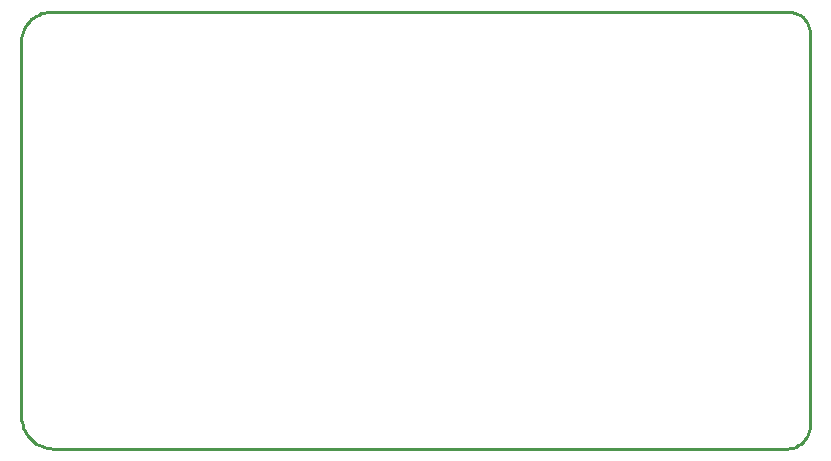
<source format=gko>
G04*
G04 #@! TF.GenerationSoftware,Altium Limited,Altium Designer,21.2.2 (38)*
G04*
G04 Layer_Color=16711935*
%FSLAX25Y25*%
%MOIN*%
G70*
G04*
G04 #@! TF.SameCoordinates,90C86947-368E-407B-B9CD-2D6109664978*
G04*
G04*
G04 #@! TF.FilePolarity,Positive*
G04*
G01*
G75*
%ADD35C,0.01000*%
D35*
X0Y10630D02*
X45Y9649D01*
X181Y8677D01*
X406Y7721D01*
X718Y6790D01*
X1114Y5892D01*
X1592Y5034D01*
X2147Y4224D01*
X2774Y3469D01*
X3468Y2774D01*
X4223Y2147D01*
X5034Y1592D01*
X5891Y1114D01*
X6789Y718D01*
X7720Y406D01*
X8676Y181D01*
X9648Y45D01*
X10629Y0D01*
X9673Y145500D02*
X8662Y145447D01*
X7662Y145289D01*
X6684Y145027D01*
X5739Y144664D01*
X4836Y144204D01*
X3987Y143653D01*
X3200Y143016D01*
X2484Y142300D01*
X1847Y141513D01*
X1296Y140664D01*
X836Y139761D01*
X473Y138816D01*
X211Y137838D01*
X53Y136838D01*
X-0Y135827D01*
X262992Y138189D02*
X262918Y139229D01*
X262696Y140249D01*
X262332Y141226D01*
X261832Y142141D01*
X261207Y142976D01*
X260469Y143714D01*
X259634Y144339D01*
X258718Y144839D01*
X257741Y145203D01*
X256722Y145425D01*
X255682Y145500D01*
X255118Y-0D02*
X256146Y67D01*
X257156Y268D01*
X258131Y599D01*
X259055Y1055D01*
X259911Y1627D01*
X260686Y2306D01*
X261365Y3080D01*
X261937Y3937D01*
X262393Y4861D01*
X262724Y5836D01*
X262925Y6846D01*
X262992Y7874D01*
X-0Y135827D02*
X0Y10630D01*
X9673Y145500D02*
X255682Y145500D01*
X262992Y7874D02*
X262992Y138189D01*
X10629Y0D02*
X255118Y-0D01*
M02*

</source>
